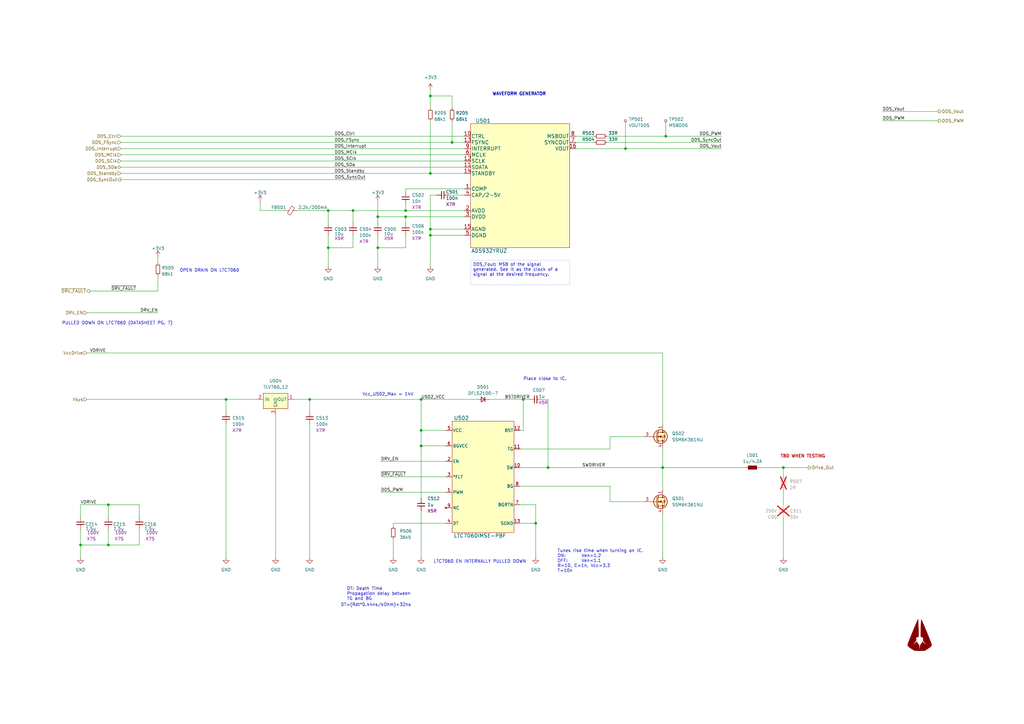
<source format=kicad_sch>
(kicad_sch (version 20230121) (generator eeschema)
  (paper "A3")
  (title_block (title "Velocity Sensor - Version 04") (date "2023-09-07") (rev "A") (company "Swiss Ocean Tech AG") (comment 1 "Designer: SNI, EVE"))
  (lib_symbols
    (symbol "Connector:TestPoint_Small" (pin_numbers hide) (pin_names (offset 0.762) hide)
      (property "Reference" "TP" (at 0 3.81 0))
      (property "Value" "TestPoint_Small" (at 0 2.032 0))
      (symbol "TestPoint_Small_0_1"
        (circle (center 0 0) (radius 0.508))
      )
      (symbol "TestPoint_Small_1_1"
        (pin passive line (at 0 0 90) (length 0) (name "1") (number "1"))
      )
    )
    (symbol "Device:C_Small" (pin_numbers hide) (pin_names (offset 0.254) hide)
      (property "Reference" "C" (at 0.254 1.778 0))
      (property "Value" "C_Small" (at 0.254 -2.032 0))
      (symbol "C_Small_0_1"
        (polyline (pts (xy -1.524 -0.508) (xy 1.524 -0.508)) (stroke (width 0.3302)))
        (polyline (pts (xy -1.524 0.508) (xy 1.524 0.508)) (stroke (width 0.3048)))
      )
      (symbol "C_Small_1_1"
        (pin passive line (at 0 2.54 270) (length 2.032) (name "~") (number "1"))
        (pin passive line (at 0 -2.54 90) (length 2.032) (name "~") (number "2"))
      )
    )
    (symbol "Device:D_Small" (pin_numbers hide) (pin_names (offset 0.254) hide)
      (property "Reference" "D" (at -1.27 2.032 0))
      (property "Value" "D_Small" (at -3.81 -2.032 0))
      (symbol "D_Small_0_1"
        (polyline (pts (xy -0.762 -1.016) (xy -0.762 1.016)) (stroke (width 0.254)))
        (polyline (pts (xy -0.762 0) (xy 0.762 0)))
        (polyline (pts (xy 0.762 -1.016) (xy -0.762 0) (xy 0.762 1.016) (xy 0.762 -1.016)) (stroke (width 0.254)))
      )
      (symbol "D_Small_1_1"
        (pin passive line (at -2.54 0 0) (length 1.778) (name "K") (number "1"))
        (pin passive line (at 2.54 0 180) (length 1.778) (name "A") (number "2"))
      )
    )
    (symbol "Device:R_Small" (pin_numbers hide) (pin_names (offset 0.254) hide)
      (property "Reference" "R" (at 0.762 0.508 0))
      (property "Value" "R_Small" (at 0.762 -1.016 0))
      (symbol "R_Small_0_1"
        (rectangle (start -0.762 1.778) (end 0.762 -1.778) (stroke (width 0.2032)))
      )
      (symbol "R_Small_1_1"
        (pin passive line (at 0 2.54 270) (length 0.762) (name "~") (number "1"))
        (pin passive line (at 0 -2.54 90) (length 0.762) (name "~") (number "2"))
      )
    )
    (symbol "SOC_Inductors:ASPI-4030S-120M-T" (pin_numbers hide) (pin_names (offset 1.016) hide)
      (property "Reference" "L" (at -2.54 2.54 0))
      (property "Value" "ASPI-4030S-120M-T" (at 0 -2.54 0))
      (symbol "ASPI-4030S-120M-T_0_1"
        (rectangle (start -1.778 0.762) (end 1.778 -0.762) (fill (type outline)))
      )
      (symbol "ASPI-4030S-120M-T_1_1"
        (pin passive line (at -2.54 0 0) (length 1.27) (name "1") (number "1"))
        (pin passive line (at 2.54 0 180) (length 1.27) (name "2") (number "2"))
      )
    )
    (symbol "SOC_Logo:LOGO_AGU" (pin_names (offset 1.016))
      (symbol "LOGO_AGU_0_0"
        (polyline (pts (xy 0.0878 -6.5817) (xy 2.0806 -6.5616) (xy 3.3428 -5.7571) (xy 3.7441 -5.4975) (xy 4.1782 -5.1993) (xy 4.4948 -4.9505) (xy 4.7116 -4.7326) (xy 4.8463 -4.5267) (xy 4.9169 -4.3143) (xy 4.9409 -4.0766) (xy 4.9154 -3.9495) (xy 4.8325 -3.6865) (xy 4.6982 -3.3067) (xy 4.5188 -2.8254) (xy 4.3007 -2.2577) (xy 4.05 -1.619) (xy 3.7733 -0.9245) (xy 3.4766 -0.1893) (xy 3.1665 0.5711) (xy 2.8491 1.3417) (xy 2.5308 2.1072) (xy 2.2179 2.8523) (xy 1.9167 3.5617) (xy 1.6335 4.2204) (xy 1.3746 4.8129) (xy 1.1463 5.3242) (xy 0.9549 5.7389) (xy 0.8068 6.0417) (xy 0.7083 6.2176) (xy 0.6655 6.2512) (xy 0.6594 6.2245) (xy 0.6355 6.0296) (xy 0.609 5.6969) (xy 0.5808 5.2509) (xy 0.552 4.7161) (xy 0.5238 4.117) (xy 0.497 3.4782) (xy 0.4728 2.8243) (xy 0.4522 2.1797) (xy 0.4363 1.569) (xy 0.4261 1.0167) (xy 0.4226 0.5474) (xy 0.4233 -0.7256) (xy 0.9737 -0.997) (xy 1.0044 -1.0123) (xy 1.2673 -1.1558) (xy 1.4534 -1.2798) (xy 1.524 -1.3587) (xy 1.52 -1.3999) (xy 1.486 -1.5814) (xy 1.4284 -1.8285) (xy 1.3328 -2.2081) (xy 2.069 -3.3265) (xy 2.8051 -4.445) (xy 1.9857 -3.6149) (xy 1.8886 -3.5169) (xy 1.6022 -3.2321) (xy 1.368 -3.0054) (xy 1.2078 -2.8578) (xy 1.1438 -2.8106) (xy 1.1291 -2.8341) (xy 1.0553 -2.9712) (xy 0.9465 -3.1834) (xy 0.8709 -3.3218) (xy 0.6802 -3.628) (xy 0.4746 -3.9194) (xy 0.4606 -3.9379) (xy 0.328 -4.1239) (xy 0.241 -4.2924) (xy 0.1861 -4.4902) (xy 0.1499 -4.7638) (xy 0.1191 -5.1598) (xy 0.0991 -5.4109) (xy 0.0656 -5.7207) (xy 0.0311 -5.9327) (xy 0.0006 -6.0113) (xy -0.0192 -5.9745) (xy -0.0524 -5.8018) (xy -0.0859 -5.52) (xy -0.1147 -5.1648) (xy -0.1178 -5.1177) (xy -0.1471 -4.7382) (xy -0.1835 -4.476) (xy -0.2406 -4.2844) (xy -0.3319 -4.1161) (xy -0.4709 -3.9244) (xy -0.5847 -3.7681) (xy -0.7898 -3.4569) (xy -0.9465 -3.1834) (xy -1 -3.0781) (xy -1.0944 -2.8962) (xy -1.1401 -2.8143) (xy -1.1482 -2.8175) (xy -1.244 -2.8995) (xy -1.4299 -3.0744) (xy -1.6837 -3.3211) (xy -1.9833 -3.6186) (xy -2.8079 -4.445) (xy -2.0704 -3.3265) (xy -1.3329 -2.2081) (xy -1.4284 -1.8285) (xy -1.4555 -1.7172) (xy -1.5046 -1.4903) (xy -1.524 -1.3587) (xy -1.5232 -1.3532) (xy -1.4385 -1.2683) (xy -1.2425 -1.1411) (xy -0.9737 -0.997) (xy -0.4233 -0.7256) (xy -0.422 0.5474) (xy -0.4224 0.7045) (xy -0.4282 1.1676) (xy -0.4401 1.708) (xy -0.457 2.3034) (xy -0.478 2.9313) (xy -0.5022 3.5693) (xy -0.5285 4.195) (xy -0.556 4.7859) (xy -0.5837 5.3197) (xy -0.6106 5.7739) (xy -0.6359 6.1261) (xy -0.6584 6.3538) (xy -0.6772 6.4347) (xy -0.6851 6.4237) (xy -0.748 6.2919) (xy -0.8679 6.0213) (xy -1.0392 5.6251) (xy -1.2564 5.1162) (xy -1.5139 4.5075) (xy -1.8064 3.8121) (xy -2.1282 3.043) (xy -2.4739 2.213) (xy -2.838 1.3353) (xy -3.0126 0.9132) (xy -3.4507 -0.1505) (xy -3.8259 -1.0691) (xy -4.1412 -1.8502) (xy -4.3995 -2.5015) (xy -4.6039 -3.0306) (xy -4.7572 -3.4451) (xy -4.8625 -3.7527) (xy -4.9228 -3.9611) (xy -4.9409 -4.0779) (xy -4.9399 -4.1077) (xy -4.9062 -4.3573) (xy -4.8153 -4.583) (xy -4.6487 -4.8055) (xy -4.3879 -5.0452) (xy -4.0142 -5.3226) (xy -3.5091 -5.6582) (xy -3.3266 -5.7751) (xy -2.9347 -6.0221) (xy -2.588 -6.2356) (xy -2.3187 -6.3957) (xy -2.159 -6.4828) (xy -2.1376 -6.4921) (xy -2.0042 -6.5296) (xy -1.8028 -6.5568) (xy -1.5131 -6.5748) (xy -1.115 -6.5843) (xy -0.5881 -6.5863) (xy 0.0878 -6.5817)) (stroke (width 0.01)) (fill (type outline)))
      )
    )
    (symbol "SOC_Misc:2k2 200mA" (pin_numbers hide) (pin_names (offset 0))
      (property "Reference" "FB" (at 1.905 1.27 0))
      (property "Value" "742792093" (at 1.905 -1.27 0))
      (symbol "2k2 200mA_0_1"
        (polyline (pts (xy 0 -1.27) (xy 0 -0.7874)))
        (polyline (pts (xy 0 0.889) (xy 0 1.2954)))
        (polyline (pts (xy -1.8288 0.2794) (xy -1.1176 1.4986) (xy 1.8288 -0.2032) (xy 1.1176 -1.4224) (xy -1.8288 0.2794)))
      )
      (symbol "2k2 200mA_1_1"
        (pin passive line (at 0 2.54 270) (length 1.27) (name "~") (number "1"))
        (pin passive line (at 0 -2.54 90) (length 1.27) (name "~") (number "2"))
      )
    )
    (symbol "SOC_Misc:AD5932YRUZ" (pin_names (offset 0.254))
      (property "Reference" "U" (at 27.94 10.16 0))
      (property "Value" "AD5932YRUZ" (at 27.94 7.62 0))
      (symbol "AD5932YRUZ_1_1"
        (rectangle (start 7.62 5.08) (end 48.26 -45.72) (fill (type background)))
        (pin unspecified line (at 5.08 -21.59 0) (length 2.54) (name "COMP") (number "1"))
        (pin input line (at 5.08 0 0) (length 2.54) (name "CTRL") (number "10"))
        (pin input line (at 5.08 -12.7 0) (length 2.54) (name "SDATA") (number "11"))
        (pin input line (at 5.08 -10.16 0) (length 2.54) (name "SCLK") (number "12"))
        (pin input line (at 5.08 -2.54 0) (length 2.54) (name "FSYNC") (number "13"))
        (pin input line (at 5.08 -15.24 0) (length 2.54) (name "STANDBY") (number "14"))
        (pin power_in line (at 5.08 -38.1 0) (length 2.54) (name "AGND") (number "15"))
        (pin output line (at 50.8 -5.08 180) (length 2.54) (name "VOUT") (number "16"))
        (pin power_in line (at 5.08 -30.48 0) (length 2.54) (name "AVDD") (number "2"))
        (pin power_in line (at 5.08 -33.02 0) (length 2.54) (name "DVDD") (number "3"))
        (pin unspecified line (at 5.08 -24.13 0) (length 2.54) (name "CAP/2-5V") (number "4"))
        (pin power_in line (at 5.08 -40.64 0) (length 2.54) (name "DGND") (number "5"))
        (pin input line (at 5.08 -7.62 0) (length 2.54) (name "MCLK") (number "6"))
        (pin output line (at 50.8 -2.54 180) (length 2.54) (name "SYNCOUT") (number "7"))
        (pin output line (at 50.8 0 180) (length 2.54) (name "MSBOUT") (number "8"))
        (pin input line (at 5.08 -5.08 0) (length 2.54) (name "INTERRUPT") (number "9"))
      )
    )
    (symbol "SOC_Power:LTC7060IMSE-PBF" (pin_names (offset 0.254))
      (property "Reference" "U" (at 20.32 10.16 0))
      (property "Value" "LTC7060IMSE-PBF" (at 20.32 -41.91 0))
      (symbol "LTC7060IMSE-PBF_1_1"
        (rectangle (start 7.62 5.08) (end 33.02 -40.64) (fill (type background)))
        (pin input line (at 5.08 -24.13 0) (length 2.54) (name "PWM") (number "1"))
        (pin unspecified line (at 35.56 -13.97 180) (length 2.54) (name "SW") (number "10"))
        (pin output line (at 35.56 -6.35 180) (length 2.54) (name "TG") (number "11"))
        (pin power_in line (at 35.56 1.27 180) (length 2.54) (name "BST") (number "12"))
        (pin power_out line (at 35.56 -36.83 180) (length 2.54) (name "SGND") (number "13"))
        (pin input line (at 5.08 -11.43 0) (length 2.54) (name "EN") (number "2"))
        (pin output line (at 5.08 -17.78 0) (length 2.54) (name "*FLT") (number "3"))
        (pin unspecified line (at 5.08 -36.83 0) (length 2.54) (name "DT") (number "4"))
        (pin power_in line (at 5.08 1.27 0) (length 2.54) (name "VCC") (number "5"))
        (pin power_in line (at 5.08 -5.08 0) (length 2.54) (name "BGVCC") (number "6"))
        (pin unspecified line (at 35.56 -29.21 180) (length 2.54) (name "BGRTN") (number "7"))
        (pin output line (at 35.56 -21.59 180) (length 2.54) (name "BG") (number "8"))
        (pin no_connect line (at 5.08 -30.48 0) (length 2.54) (name "NC") (number "9"))
      )
    )
    (symbol "SOC_Power:TLV760"
      (property "Reference" "U" (at -3.81 3.81 0))
      (property "Value" "TLV760_12" (at 6.35 -5.08 0))
      (symbol "TLV760_1_1"
        (rectangle (start -5.08 2.54) (end 5.08 -3.81) (fill (type background)))
        (pin power_out line (at 7.62 0 180) (length 2.54) (name "OUT") (number "1"))
        (pin power_in line (at -7.62 0 0) (length 2.54) (name "IN") (number "2"))
        (pin power_in line (at 0 -6.35 90) (length 2.54) (name "GND") (number "3"))
      )
    )
    (symbol "SSM6K361NU_1" (pin_names (offset 0) hide)
      (property "Reference" "Q" (at 5.08 1.27 0))
      (property "Value" "SSM6K361NU" (at 5.08 -1.27 0))
      (symbol "SSM6K361NU_1_0_1"
        (polyline (pts (xy 0.254 0) (xy -2.54 0)))
        (polyline (pts (xy 0.254 1.905) (xy 0.254 -1.905)) (stroke (width 0.254)))
        (polyline (pts (xy 0.762 -1.27) (xy 0.762 -2.286)) (stroke (width 0.254)))
        (polyline (pts (xy 0.762 0.508) (xy 0.762 -0.508)) (stroke (width 0.254)))
        (polyline (pts (xy 0.762 2.286) (xy 0.762 1.27)) (stroke (width 0.254)))
        (polyline (pts (xy 2.54 2.54) (xy 2.54 1.778)))
        (polyline (pts (xy 2.54 -2.54) (xy 2.54 0) (xy 0.762 0)))
        (polyline (pts (xy 0.762 -1.778) (xy 3.302 -1.778) (xy 3.302 1.778) (xy 0.762 1.778)))
        (polyline (pts (xy 1.016 0) (xy 2.032 0.381) (xy 2.032 -0.381) (xy 1.016 0)) (fill (type outline)))
        (polyline (pts (xy 2.794 0.508) (xy 2.921 0.381) (xy 3.683 0.381) (xy 3.81 0.254)))
        (polyline (pts (xy 3.302 0.381) (xy 2.921 -0.254) (xy 3.683 -0.254) (xy 3.302 0.381)))
        (circle (center 2.54 -1.778) (radius 0.254) (fill (type outline)))
        (circle (center 2.54 1.778) (radius 0.254) (fill (type outline)))
      )
      (symbol "SSM6K361NU_1_1_1"
        (circle (center 1.651 0) (radius 2.794) (stroke (width 0.254)) (fill (type background)))
        (pin passive line (at 2.54 5.08 270) (length 2.54) (name "D") (number "1"))
        (pin passive line (at 2.54 5.08 270) (length 2.54) hide (name "D") (number "2"))
        (pin input line (at -5.08 0 0) (length 2.54) (name "G") (number "3"))
        (pin passive line (at 2.54 -5.08 90) (length 2.54) (name "S") (number "4"))
        (pin passive line (at 2.54 5.08 270) (length 2.54) hide (name "D") (number "5"))
        (pin passive line (at 2.54 5.08 270) (length 2.54) hide (name "D") (number "6"))
        (pin passive line (at 2.54 5.08 270) (length 2.54) hide (name "D") (number "7"))
        (pin passive line (at 2.54 -5.08 90) (length 2.54) hide (name "S") (number "8"))
      )
    )
    (symbol "power:+3V3" (power) (pin_names (offset 0))
      (property "Value" "+3V3" (at 0 3.556 0))
      (symbol "+3V3_0_1"
        (polyline (pts (xy -0.762 1.27) (xy 0 2.54)))
        (polyline (pts (xy 0 0) (xy 0 2.54)))
        (polyline (pts (xy 0 2.54) (xy 0.762 1.27)))
      )
      (symbol "+3V3_1_1"
        (pin power_in line (at 0 0 90) (length 0) hide (name "+3V3") (number "1"))
      )
    )
    (symbol "power:GND" (power) (pin_names (offset 0))
      (property "Value" "GND" (at 0 -3.81 0))
      (symbol "GND_0_1"
        (polyline (pts (xy 0 0) (xy 0 -1.27) (xy 1.27 -1.27) (xy 0 -2.54) (xy -1.27 -1.27) (xy 0 -1.27)))
      )
      (symbol "GND_1_1"
        (pin power_in line (at 0 0 270) (length 0) hide (name "GND") (number "1"))
      )
    )
  )
  (junction (at 273.05 55.88))
  (junction (at 44.45 223.52))
  (junction (at 176.53 96.52))
  (junction (at 172.72 176.53))
  (junction (at 92.71 163.83))
  (junction (at 134.62 86.36))
  (junction (at 176.53 93.98))
  (junction (at 172.72 182.88))
  (junction (at 127 163.83))
  (junction (at 154.94 88.9))
  (junction (at 219.71 214.63))
  (junction (at 176.53 39.37))
  (junction (at 176.53 71.12))
  (junction (at 44.45 207.01))
  (junction (at 166.37 88.9))
  (junction (at 154.94 101.6))
  (junction (at 144.78 86.36))
  (junction (at 256.54 60.96))
  (junction (at 321.31 191.77))
  (junction (at 33.02 223.52))
  (junction (at 172.72 163.83))
  (junction (at 214.63 163.83))
  (junction (at 185.42 58.42))
  (junction (at 134.62 101.6))
  (junction (at 271.78 191.77))
  (junction (at 166.37 86.36))
  (junction (at 224.79 191.77))
  (wire (pts (xy 256.54 60.96) (xy 295.91 60.96)))
  (wire (pts (xy 156.21 195.58) (xy 182.88 195.58)))
  (wire (pts (xy 176.53 80.01) (xy 176.53 93.98)))
  (wire (pts (xy 172.72 163.83) (xy 195.58 163.83)))
  (wire (pts (xy 224.79 163.83) (xy 224.79 191.77)))
  (wire (pts (xy 33.02 223.52) (xy 33.02 228.6)))
  (wire (pts (xy 106.68 82.55) (xy 106.68 86.36)))
  (wire (pts (xy 154.94 96.52) (xy 154.94 101.6)))
  (wire (pts (xy 256.54 49.53) (xy 256.54 60.96)))
  (wire (pts (xy 172.72 182.88) (xy 172.72 204.47)))
  (wire (pts (xy 271.78 191.77) (xy 306.07 191.77)))
  (wire (pts (xy 213.36 184.15) (xy 250.19 184.15)))
  (wire (pts (xy 49.53 68.58) (xy 190.5 68.58)))
  (wire (pts (xy 166.37 77.47) (xy 190.5 77.47)))
  (wire (pts (xy 214.63 163.83) (xy 217.17 163.83)))
  (wire (pts (xy 49.53 63.5) (xy 190.5 63.5)))
  (wire (pts (xy 176.53 49.53) (xy 176.53 71.12)))
  (wire (pts (xy 271.78 144.78) (xy 271.78 173.99)))
  (wire (pts (xy 361.95 49.53) (xy 384.81 49.53)))
  (wire (pts (xy 161.29 220.98) (xy 161.29 228.6)))
  (wire (pts (xy 121.92 86.36) (xy 134.62 86.36)))
  (wire (pts (xy 172.72 182.88) (xy 182.88 182.88)))
  (wire (pts (xy 219.71 214.63) (xy 219.71 228.6)))
  (wire (pts (xy 213.36 199.39) (xy 250.19 199.39)))
  (wire (pts (xy 176.53 39.37) (xy 176.53 44.45)))
  (wire (pts (xy 154.94 88.9) (xy 166.37 88.9)))
  (wire (pts (xy 213.36 207.01) (xy 219.71 207.01)))
  (wire (pts (xy 166.37 77.47) (xy 166.37 78.74)))
  (wire (pts (xy 321.31 191.77) (xy 321.31 195.58)))
  (wire (pts (xy 250.19 179.07) (xy 250.19 184.15)))
  (wire (pts (xy 361.95 45.72) (xy 384.81 45.72)))
  (wire (pts (xy 271.78 210.82) (xy 271.78 228.6)))
  (wire (pts (xy 200.66 163.83) (xy 214.63 163.83)))
  (wire (pts (xy 250.19 179.07) (xy 264.16 179.07)))
  (wire (pts (xy 134.62 86.36) (xy 144.78 86.36)))
  (wire (pts (xy 44.45 223.52) (xy 57.15 223.52)))
  (wire (pts (xy 176.53 93.98) (xy 176.53 96.52)))
  (wire (pts (xy 185.42 58.42) (xy 190.5 58.42)))
  (wire (pts (xy 33.02 207.01) (xy 33.02 212.09)))
  (wire (pts (xy 49.53 73.66) (xy 149.86 73.66)))
  (wire (pts (xy 166.37 96.52) (xy 166.37 101.6)))
  (wire (pts (xy 213.36 191.77) (xy 224.79 191.77)))
  (wire (pts (xy 106.68 86.36) (xy 116.84 86.36)))
  (wire (pts (xy 127 173.99) (xy 127 228.6)))
  (wire (pts (xy 176.53 93.98) (xy 190.5 93.98)))
  (wire (pts (xy 134.62 96.52) (xy 134.62 101.6)))
  (wire (pts (xy 49.53 60.96) (xy 190.5 60.96)))
  (wire (pts (xy 271.78 191.77) (xy 271.78 200.66)))
  (wire (pts (xy 166.37 88.9) (xy 166.37 91.44)))
  (wire (pts (xy 213.36 176.53) (xy 214.63 176.53)))
  (wire (pts (xy 166.37 83.82) (xy 166.37 86.36)))
  (wire (pts (xy 134.62 101.6) (xy 144.78 101.6)))
  (wire (pts (xy 236.22 58.42) (xy 243.84 58.42)))
  (wire (pts (xy 161.29 214.63) (xy 182.88 214.63)))
  (wire (pts (xy 57.15 223.52) (xy 57.15 217.17)))
  (wire (pts (xy 213.36 214.63) (xy 219.71 214.63)))
  (wire (pts (xy 92.71 173.99) (xy 92.71 228.6)))
  (wire (pts (xy 35.56 163.83) (xy 92.71 163.83)))
  (wire (pts (xy 44.45 207.01) (xy 57.15 207.01)))
  (wire (pts (xy 219.71 207.01) (xy 219.71 214.63)))
  (wire (pts (xy 311.15 191.77) (xy 321.31 191.77)))
  (wire (pts (xy 185.42 49.53) (xy 185.42 58.42)))
  (wire (pts (xy 134.62 86.36) (xy 134.62 91.44)))
  (wire (pts (xy 273.05 49.53) (xy 273.05 55.88)))
  (wire (pts (xy 49.53 66.04) (xy 190.5 66.04)))
  (wire (pts (xy 144.78 86.36) (xy 144.78 91.44)))
  (wire (pts (xy 166.37 88.9) (xy 190.5 88.9)))
  (wire (pts (xy 57.15 207.01) (xy 57.15 212.09)))
  (wire (pts (xy 236.22 60.96) (xy 256.54 60.96)))
  (wire (pts (xy 49.53 71.12) (xy 176.53 71.12)))
  (wire (pts (xy 120.65 163.83) (xy 127 163.83)))
  (wire (pts (xy 64.77 113.03) (xy 64.77 119.38)))
  (wire (pts (xy 166.37 86.36) (xy 190.5 86.36)))
  (wire (pts (xy 113.03 170.18) (xy 113.03 228.6)))
  (wire (pts (xy 176.53 71.12) (xy 190.5 71.12)))
  (wire (pts (xy 224.79 191.77) (xy 271.78 191.77)))
  (wire (pts (xy 250.19 199.39) (xy 250.19 205.74)))
  (wire (pts (xy 250.19 205.74) (xy 264.16 205.74)))
  (wire (pts (xy 176.53 96.52) (xy 176.53 109.22)))
  (wire (pts (xy 154.94 88.9) (xy 154.94 91.44)))
  (wire (pts (xy 271.78 184.15) (xy 271.78 191.77)))
  (wire (pts (xy 248.92 58.42) (xy 295.91 58.42)))
  (wire (pts (xy 134.62 109.22) (xy 134.62 101.6)))
  (wire (pts (xy 214.63 163.83) (xy 214.63 176.53)))
  (wire (pts (xy 156.21 189.23) (xy 182.88 189.23)))
  (wire (pts (xy 172.72 176.53) (xy 182.88 176.53)))
  (wire (pts (xy 127 163.83) (xy 127 168.91)))
  (wire (pts (xy 248.92 55.88) (xy 273.05 55.88)))
  (wire (pts (xy 172.72 163.83) (xy 172.72 176.53)))
  (wire (pts (xy 172.72 163.83) (xy 127 163.83)))
  (wire (pts (xy 176.53 36.83) (xy 176.53 39.37)))
  (wire (pts (xy 44.45 217.17) (xy 44.45 223.52)))
  (wire (pts (xy 156.21 201.93) (xy 182.88 201.93)))
  (wire (pts (xy 35.56 128.27) (xy 64.77 128.27)))
  (wire (pts (xy 49.53 58.42) (xy 185.42 58.42)))
  (wire (pts (xy 273.05 55.88) (xy 295.91 55.88)))
  (wire (pts (xy 176.53 39.37) (xy 185.42 39.37)))
  (wire (pts (xy 176.53 80.01) (xy 179.07 80.01)))
  (wire (pts (xy 64.77 105.41) (xy 64.77 107.95)))
  (wire (pts (xy 176.53 96.52) (xy 190.5 96.52)))
  (wire (pts (xy 154.94 109.22) (xy 154.94 101.6)))
  (wire (pts (xy 33.02 207.01) (xy 44.45 207.01)))
  (wire (pts (xy 105.41 163.83) (xy 92.71 163.83)))
  (wire (pts (xy 33.02 217.17) (xy 33.02 223.52)))
  (wire (pts (xy 222.25 163.83) (xy 224.79 163.83)))
  (wire (pts (xy 144.78 86.36) (xy 166.37 86.36)))
  (wire (pts (xy 184.15 80.01) (xy 190.5 80.01)))
  (wire (pts (xy 154.94 82.55) (xy 154.94 88.9)))
  (wire (pts (xy 321.31 212.09) (xy 321.31 228.6)))
  (wire (pts (xy 154.94 101.6) (xy 166.37 101.6)))
  (wire (pts (xy 49.53 55.88) (xy 190.5 55.88)))
  (wire (pts (xy 321.31 191.77) (xy 331.47 191.77)))
  (wire (pts (xy 236.22 55.88) (xy 243.84 55.88)))
  (wire (pts (xy 172.72 176.53) (xy 172.72 182.88)))
  (wire (pts (xy 92.71 163.83) (xy 92.71 168.91)))
  (wire (pts (xy 172.72 209.55) (xy 172.72 228.6)))
  (wire (pts (xy 36.83 119.38) (xy 64.77 119.38)))
  (wire (pts (xy 35.56 144.78) (xy 271.78 144.78)))
  (wire (pts (xy 144.78 96.52) (xy 144.78 101.6)))
  (wire (pts (xy 161.29 214.63) (xy 161.29 215.9)))
  (wire (pts (xy 321.31 200.66) (xy 321.31 207.01)))
  (wire (pts (xy 33.02 223.52) (xy 44.45 223.52)))
  (wire (pts (xy 185.42 44.45) (xy 185.42 39.37)))
  (wire (pts (xy 44.45 207.01) (xy 44.45 212.09)))
  (text_box "DDS_Fout: MSB of the signal generated. See it as the clock of a signal at the desired frequency." (at 193.04 106.68 0) (size 40.64 10.16) (stroke (width 0) (type dot)) (effects (font (size 1.27 1.27)) (justify left top)))
  (text "Place close to IC." (at 214.63 156.21 0) (effects (font (size 1.27 1.27)) (justify left bottom)))
  (text "Tunes rise time when turning on IC.\nON: 	Ven>1.2\nOFF: 	Ven<1.1\nR=10, C=1n, Vcc=3.3\nT=10n\n" (at 228.6 234.95 0) (effects (font (size 1.27 1.27)) (justify left bottom)))
  (text "OPEN DRAIN ON LTC7060" (at 73.66 111.76 0) (effects (font (size 1.27 1.27)) (justify left bottom)))
  (text "TBD WHEN TESTING" (at 320.04 187.96 0) (effects (font (size 1.27 1.27) (thickness 0.254) bold) (justify left bottom)))
  (text "LTC7060 EN INTERNALLY PULLED DOWN" (at 177.8 231.14 0) (effects (font (size 1.27 1.27)) (justify left bottom)))
  (text "WAVEFORM GENERATOR" (at 201.93 39.37 0) (effects (font (size 1.27 1.27) (thickness 0.254) bold) (justify left bottom)))
  (text "DT=(Rdt*0.44ns/kOhm)+32ns" (at 139.7 248.92 0) (effects (font (size 1.27 1.27)) (justify left bottom)))
  (text "PULLED DOWN ON LTC7060 (DATASHEET PG. 7)" (at 25.4 133.35 0) (effects (font (size 1.27 1.27)) (justify left bottom)))
  (text "DT: Death Time\nPropagation delay between\nTG and BG" (at 142.24 246.38 0) (effects (font (size 1.27 1.27)) (justify left bottom)))
  (text "Vcc_U502_Max = 14V" (at 148.59 162.56 0) (effects (font (size 1.27 1.27)) (justify left bottom)))
  (label "DDS_Interrupt" (at 137.16 60.96 0))
  (label "DRV_EN" (at 156.21 189.23 0))
  (label "SWDRIVER" (at 238.76 191.77 0))
  (label "DDS_Vout" (at 295.91 60.96 180))
  (label "DDS_Ctrl" (at 137.16 55.88 0))
  (label "DDS_SDa" (at 137.16 68.58 0))
  (label "DDS_SyncOut" (at 149.86 73.66 180))
  (label "DDS_MClk" (at 137.16 63.5 0))
  (label "DDS_FSync" (at 137.16 58.42 0))
  (label "DRV_EN" (at 64.77 128.27 180))
  (label "DDS_SClk" (at 137.16 66.04 0))
  (label "U502_VCC" (at 172.72 163.83 0))
  (label "BSTDRIVER" (at 207.01 163.83 0))
  (label "VDRIVE" (at 36.83 144.78 0))
  (label "DDS_PWM" (at 361.95 49.53 0))
  (label "VDRIVE" (at 33.02 207.01 0))
  (label "DDS_Vout" (at 361.95 45.72 0))
  (label "DDS_PWM" (at 156.21 201.93 0))
  (label "DDS_SyncOut" (at 295.91 58.42 180))
  (label "DDS_PWM" (at 295.91 55.88 180))
  (label "~{DRV_FAULT}" (at 55.88 119.38 180))
  (label "~{DRV_FAULT}" (at 156.21 195.58 0))
  (label "DDS_Standby" (at 137.16 71.12 0))
  (hierarchical_label "Drive_Out" (shape output) (at 331.47 191.77 0))
  (hierarchical_label "DDS_SyncOut" (shape output) (at 49.53 73.66 180))
  (hierarchical_label "DDS_FSync" (shape input) (at 49.53 58.42 180))
  (hierarchical_label "DDS_Ctrl" (shape input) (at 49.53 55.88 180))
  (hierarchical_label "DDS_SClk" (shape input) (at 49.53 66.04 180))
  (hierarchical_label "DDS_Standby" (shape input) (at 49.53 71.12 180))
  (hierarchical_label "DDS_SDa" (shape bidirectional) (at 49.53 68.58 180))
  (hierarchical_label "VccDrive" (shape input) (at 35.56 144.78 180))
  (hierarchical_label "DDS_Interrupt" (shape input) (at 49.53 60.96 180))
  (hierarchical_label "DRV_EN" (shape input) (at 35.56 128.27 180))
  (hierarchical_label "DDS_Vout" (shape output) (at 384.81 45.72 0))
  (hierarchical_label "~{DRV_FAULT}" (shape output) (at 36.83 119.38 180))
  (hierarchical_label "DDS_MClk" (shape input) (at 49.53 63.5 180))
  (hierarchical_label "DDS_PWM" (shape output) (at 384.81 49.53 0))
  (hierarchical_label "Vsys" (shape input) (at 35.56 163.83 180))
  (symbol (lib_id "Device:C_Small") (at 166.37 93.98 0) (unit 1)
    (property "Reference" "C506" (at 168.91 92.71 0) (effects (justify left)))
    (property "Value" "100n" (at 168.91 95.25 0) (effects (justify left)))
    (property "Footprint" "Capacitor_SMD:C_0402_1005Metric" (effects hide))
    (property "Datasheet" "https://www.yageo.com/upload/media/product/app/datasheet/mlcc/upy-gphc_x7r_6_3v-to-250v.pdf" (effects hide))
    (property "MPN" "CC0402KRX7R9BB104" (effects hide))
    (property "CLASS" "X7R" (at 168.91 97.79 0) (effects (justify left)))
    (property "Description" "0.1uF 0402 50V" (effects hide))
    (property "Voltage" "50V" (effects hide))
    (property "Digikey_PN" "311-3566-1-ND" (effects hide))
  )
  (symbol (lib_id "power:GND") (at 321.31 228.6 0) (unit 1)
    (property "Reference" "#PWR0516" (effects hide))
    (property "Value" "GND" (at 321.31 233.68 0))
    (instances (project "pp1_vsensor_v4" (path "" (reference "#PWR0516") (unit 1))) (project "poc_vsensor_v3_interface" (path "" (reference "#PWR0314") (unit 1))))
  )
  (symbol (lib_id "Device:R_Small") (at 64.77 110.49 0) (unit 1)
    (property "Reference" "R505" (at 66.294 109.855 0) (effects (justify left)))
    (property "Value" "68k1" (at 66.294 112.395 0) (effects (justify left)))
    (property "Footprint" "Resistor_SMD:R_0402_1005Metric" (effects hide))
    (property "Datasheet" "https://www.yageo.com/upload/media/product/products/datasheet/rchip/PYu-RC_Group_51_RoHS_L_12.pdf" (effects hide))
    (property "MPN" "RC0402FR-0768K1L" (effects hide))
    (property "Digikey_PN" "YAG3213CT-ND" (effects hide))
  )
  (symbol (lib_id "Device:C_Small") (at 144.78 93.98 0) (unit 1)
    (property "Reference" "C504" (at 147.32 93.98 0) (effects (justify left)))
    (property "Value" "100n" (at 147.32 96.52 0) (effects (justify left)))
    (property "Footprint" "Capacitor_SMD:C_0402_1005Metric" (effects hide))
    (property "Datasheet" "https://www.yageo.com/upload/media/product/app/datasheet/mlcc/upy-gphc_x7r_6_3v-to-250v.pdf" (effects hide))
    (property "MPN" "CC0402KRX7R9BB104" (effects hide))
    (property "CLASS" "X7R" (at 147.32 99.06 0) (effects (justify left)))
    (property "Description" "0.1uF 0402 50V" (effects hide))
    (property "Voltage" "50V" (effects hide))
    (property "Digikey_PN" "311-3566-1-ND" (effects hide))
  )
  (symbol (lib_id "SOC_Misc:2k2 200mA") (at 119.38 86.36 90) (unit 1)
    (property "Reference" "FB501" (at 114.3 85.09 90))
    (property "Value" "2.2k/200mA" (at 128.27 85.09 90))
    (property "Footprint" "Inductor_SMD:L_0805_2012Metric" (effects hide))
    (property "MPN" "742792093" (effects hide))
    (property "Digikey_PN" "732-1609-1-ND" (effects hide))
    (instances (project "pp1_vsensor_v4" (path "" (reference "FB501") (unit 1))) (project "poc_vsensor_v3_interface" (path "" (reference "FB201") (unit 1)) (path "" (reference "FB301") (unit 1))) (project "pp1_ModemBaseboard" (path "" (reference "FB202") (unit 1))))
  )
  (symbol (lib_id "Device:C_Small") (at 127 171.45 0) (unit 1)
    (property "Reference" "C513" (at 129.54 171.45 0) (effects (justify left)))
    (property "Value" "100n" (at 129.54 173.99 0) (effects (justify left)))
    (property "Footprint" "Capacitor_SMD:C_0402_1005Metric" (effects hide))
    (property "Datasheet" "https://www.yageo.com/upload/media/product/app/datasheet/mlcc/upy-gphc_x7r_6_3v-to-250v.pdf" (effects hide))
    (property "MPN" "CC0402KRX7R9BB104" (effects hide))
    (property "CLASS" "X7R" (at 129.54 176.53 0) (effects (justify left)))
    (property "Description" "0.1uF 0402 50V" (effects hide))
    (property "Voltage" "50V" (effects hide))
    (property "Digikey_PN" "311-3566-1-ND" (effects hide))
  )
  (symbol (lib_id "Connector:TestPoint_Small") (at 256.54 49.53 0) (unit 1) (in_bom no)
    (property "Reference" "TP501" (at 257.81 48.895 0) (effects (justify left)))
    (property "Value" "VOUTDDS" (at 257.81 51.435 0) (effects (justify left)))
    (property "Footprint" "TestPoint:TestPoint_Pad_D1.0mm" (effects hide))
    (instances (project "pp1_vsensor_v4" (path "" (reference "TP501") (unit 1))) (project "poc_vsensor_v3_interface" (path "" (reference "TP301") (unit 1))))
  )
  (symbol (lib_id "power:GND") (at 271.78 228.6 0) (unit 1)
    (property "Reference" "#PWR0515" (effects hide))
    (property "Value" "GND" (at 271.78 233.68 0))
    (instances (project "pp1_vsensor_v4" (path "" (reference "#PWR0515") (unit 1))) (project "poc_vsensor_v3_interface" (path "" (reference "#PWR0313") (unit 1))))
  )
  (symbol (lib_id "Device:R_Small") (at 185.42 46.99 0) (unit 1)
    (property "Reference" "R205" (at 186.944 46.355 0) (effects (justify left)))
    (property "Value" "68k1" (at 186.944 48.895 0) (effects (justify left)))
    (property "Footprint" "Resistor_SMD:R_0402_1005Metric" (effects hide))
    (property "Datasheet" "https://www.yageo.com/upload/media/product/products/datasheet/rchip/PYu-RC_Group_51_RoHS_L_12.pdf" (effects hide))
    (property "MPN" "RC0402FR-0768K1L" (effects hide))
    (property "Digikey_PN" "YAG3213CT-ND" (effects hide))
    (instances (project "poc_vsensor_v3_main" (path "" (reference "R205") (unit 1))) (project "pp1_vsensor_v4" (path "" (reference "R502") (unit 1))) (project "poc_vsensor_v3_interface" (path "" (reference "R301") (unit 1))))
  )
  (symbol (lib_id "Device:C_Small") (at 33.02 214.63 0) (unit 1)
    (property "Reference" "C214" (at 34.925 215.011 0) (effects (justify left)))
    (property "Value" "1.5u" (at 35.052 216.789 0) (effects (justify left)))
    (property "Footprint" "Capacitor_SMD:C_1206_3216Metric" (effects hide))
    (property "MPN" "C3216X7S2A155K160AB" (effects hide))
    (property "Mouser_PN" "810-C3216X7S2A155K1B" (effects hide))
    (property "Voltage" "100V" (at 40.64 218.44 0) (effects (justify right)))
    (property "Class" "X7S" (at 39.37 220.98 0) (effects (justify right)))
    (property "Description" "1.5uF 1206 100V" (effects hide))
    (property "Digikey_PN" "445-14816-1-ND" (effects hide))
    (instances (project "poc_vsensor_v3_main" (path "" (reference "C214") (unit 1))) (project "pp1_vsensor_v4" (path "" (reference "C508") (unit 1))) (project "poc_vsensor_v3_interface" (path "" (reference "C801") (unit 1)) (path "" (reference "C310") (unit 1))))
  )
  (symbol (lib_id "power:GND") (at 219.71 228.6 0) (unit 1)
    (property "Reference" "#PWR0514" (effects hide))
    (property "Value" "GND" (at 219.71 233.68 0))
    (instances (project "pp1_vsensor_v4" (path "" (reference "#PWR0514") (unit 1))) (project "poc_vsensor_v3_interface" (path "" (reference "#PWR0312") (unit 1))))
  )
  (symbol (lib_id "Device:R_Small") (at 321.31 198.12 180) (unit 1) (dnp yes)
    (property "Reference" "R507" (at 323.85 197.485 0) (effects (justify right)))
    (property "Value" "2R" (at 323.85 200.025 0) (effects (justify right)))
    (property "Footprint" "Resistor_SMD:R_0805_2012Metric" (effects hide))
    (property "Digikey_PN" "RMCF0603FT2R00CT-ND" (effects hide))
    (property "MPN" "RMCF0603FT2R00" (effects hide))
  )
  (symbol (lib_id "Device:C_Small") (at 172.72 207.01 0) (unit 1)
    (property "Reference" "C512" (at 175.26 204.47 0) (effects (justify left)))
    (property "Value" "1u" (at 175.26 207.01 0) (effects (justify left)))
    (property "Footprint" "Capacitor_SMD:C_0402_1005Metric" (effects hide))
    (property "MPN" "UMK105CBJ105MV-F" (effects hide))
    (property "Description" "1uF 0402 50V" (effects hide))
    (property "CLASS" "X5R" (at 175.26 209.55 0) (effects (justify left)))
    (property "Voltage" "50V" (effects hide))
    (property "Digikey_PN" "587-6278-1-ND" (effects hide))
  )
  (symbol (lib_id "Device:C_Small") (at 166.37 81.28 0) (unit 1)
    (property "Reference" "C502" (at 168.91 80.01 0) (effects (justify left)))
    (property "Value" "10n" (at 168.91 82.55 0) (effects (justify left)))
    (property "Footprint" "Capacitor_SMD:C_0402_1005Metric" (effects hide))
    (property "Datasheet" "https://search.murata.co.jp/Ceramy/image/img/A01X/G101/ENG/GCM155R71H103KA55-01.pdf" (effects hide))
    (property "MPN" "GCM155R71H103KA55D" (effects hide))
    (property "Description" "10nF 0402 50V" (effects hide))
    (property "CLASS" "X7R" (at 168.91 85.09 0) (effects (justify left)))
    (property "Voltage" "50V" (effects hide))
    (property "Digikey_PN" "399-C0402C222J5RAC7867CT-ND" (effects hide))
    (instances (project "pp1_vsensor_v4" (path "" (reference "C502") (unit 1))) (project "poc_vsensor_v3_interface" (path "" (reference "C301") (unit 1))))
  )
  (symbol (lib_id "power:GND") (at 154.94 109.22 0) (unit 1)
    (property "Reference" "#PWR0505" (effects hide))
    (property "Value" "GND" (at 154.94 114.3 0))
    (instances (project "pp1_vsensor_v4" (path "" (reference "#PWR0505") (unit 1))) (project "poc_vsensor_v3_interface" (path "" (reference "#PWR0305") (unit 1))))
  )
  (symbol (lib_name "SSM6K361NU_1") (lib_id "SOC_Transistors:SSM6K361NU") (at 269.24 179.07 0) (unit 1)
    (property "Reference" "Q502" (at 275.59 177.8 0) (effects (justify left)))
    (property "Value" "SSM6K361NU" (at 275.59 180.34 0) (effects (justify left)))
    (property "Footprint" "SOC_SMD:UDFN6B_TOS" (effects hide))
    (property "Datasheet" "${KICAD_SOC_FOOTPRINT_DIR}/FET/SSM6K361NU.pdf" (effects hide))
    (property "MPN" "SSM6K361NU,LF" (effects hide))
    (property "Digikey_PN" "SSM6K361NULFCT-ND" (effects hide))
  )
  (symbol (lib_id "Device:C_Small") (at 44.45 214.63 0) (unit 1)
    (property "Reference" "C215" (at 46.355 215.011 0) (effects (justify left)))
    (property "Value" "1.5u" (at 46.482 216.789 0) (effects (justify left)))
    (property "Footprint" "Capacitor_SMD:C_1206_3216Metric" (effects hide))
    (property "MPN" "C3216X7S2A155K160AB" (effects hide))
    (property "Mouser_PN" "810-C3216X7S2A155K1B" (effects hide))
    (property "Voltage" "100V" (at 52.07 218.44 0) (effects (justify right)))
    (property "Class" "X7S" (at 50.8 220.98 0) (effects (justify right)))
    (property "Description" "1.5uF 1206 100V" (effects hide))
    (property "Digikey_PN" "445-14816-1-ND" (effects hide))
    (instances (project "poc_vsensor_v3_main" (path "" (reference "C215") (unit 1))) (project "pp1_vsensor_v4" (path "" (reference "C509") (unit 1))) (project "poc_vsensor_v3_interface" (path "" (reference "C802") (unit 1)) (path "" (reference "C311") (unit 1))))
  )
  (symbol (lib_id "SOC_Power:TLV760") (at 113.03 163.83 0) (unit 1)
    (property "Reference" "U504" (at 113.03 156.21 0))
    (property "Value" "TLV760_12" (at 113.03 158.75 0))
    (property "Footprint" "Package_TO_SOT_SMD:SOT-23" (effects hide))
    (property "MPN" "TLV76012DBZR" (effects hide))
    (property "Digikey_PN" "296-48331-1-ND" (effects hide))
  )
  (symbol (lib_id "power:+3V3") (at 106.68 82.55 0) (unit 1)
    (property "Reference" "#PWR0502" (effects hide))
    (property "Value" "+3V3" (at 106.68 78.994 0))
    (instances (project "pp1_vsensor_v4" (path "" (reference "#PWR0502") (unit 1))) (project "poc_vsensor_v3_interface" (path "" (reference "#PWR0104") (unit 1))))
  )
  (symbol (lib_id "Device:C_Small") (at 57.15 214.63 0) (unit 1)
    (property "Reference" "C216" (at 59.055 215.011 0) (effects (justify left)))
    (property "Value" "1.5u" (at 59.182 216.789 0) (effects (justify left)))
    (property "Footprint" "Capacitor_SMD:C_1206_3216Metric" (effects hide))
    (property "MPN" "C3216X7S2A155K160AB" (effects hide))
    (property "Mouser_PN" "810-C3216X7S2A155K1B" (effects hide))
    (property "Voltage" "100V" (at 64.77 218.44 0) (effects (justify right)))
    (property "Class" "X7S" (at 63.5 220.98 0) (effects (justify right)))
    (property "Description" "1.5uF 1206 100V" (effects hide))
    (property "Digikey_PN" "445-14816-1-ND" (effects hide))
    (instances (project "poc_vsensor_v3_main" (path "" (reference "C216") (unit 1))) (project "pp1_vsensor_v4" (path "" (reference "C510") (unit 1))) (project "poc_vsensor_v3_interface" (path "" (reference "C803") (unit 1)) (path "" (reference "C312") (unit 1))))
  )
  (symbol (lib_id "power:GND") (at 113.03 228.6 0) (unit 1)
    (property "Reference" "#PWR0519" (effects hide))
    (property "Value" "GND" (at 113.03 233.68 0))
  )
  (symbol (lib_id "power:GND") (at 134.62 109.22 0) (unit 1)
    (property "Reference" "#PWR0504" (effects hide))
    (property "Value" "GND" (at 134.62 114.3 0))
    (instances (project "pp1_vsensor_v4" (path "" (reference "#PWR0504") (unit 1))) (project "poc_vsensor_v3_interface" (path "" (reference "#PWR0304") (unit 1))))
  )
  (symbol (lib_id "power:GND") (at 172.72 228.6 0) (unit 1)
    (property "Reference" "#PWR0513" (effects hide))
    (property "Value" "GND" (at 172.72 233.68 0))
    (instances (project "pp1_vsensor_v4" (path "" (reference "#PWR0513") (unit 1))) (project "poc_vsensor_v3_interface" (path "" (reference "#PWR0311") (unit 1))))
  )
  (symbol (lib_id "SOC_Power:LTC7060IMSE-PBF") (at 177.8 177.8 0) (unit 1)
    (property "Reference" "U502" (at 189.23 171.45 0) (effects (font (size 1.524 1.524))))
    (property "Value" "LTC7060IMSE-PBF" (at 196.85 219.71 0) (effects (font (size 1.524 1.524))))
    (property "Footprint" "SOC_SMD:LTC7060" (effects hide))
    (property "Datasheet" "${KICAD_SOC_DATASHEET_DIR}/driver/LTC7060.pdf" (effects hide))
    (property "MPN" "LTC7060IMSE#WTRPBF" (effects hide))
    (property "Mouser_PN" "584-7060IMSE#WTRPBF" (effects hide))
    (property "Digikey_PN" "505-LTC7060EMSE#WPBF-ND" (effects hide))
    (instances (project "pp1_vsensor_v4" (path "" (reference "U502") (unit 1))) (project "poc_vsensor_v3_interface" (path "" (reference "U302") (unit 1))))
  )
  (symbol (lib_id "power:GND") (at 92.71 228.6 0) (unit 1)
    (property "Reference" "#PWR0517" (effects hide))
    (property "Value" "GND" (at 92.71 233.68 0))
  )
  (symbol (lib_id "power:+3V3") (at 64.77 105.41 0) (unit 1)
    (property "Reference" "#PWR0507" (effects hide))
    (property "Value" "+3V3" (at 64.77 101.854 0))
  )
  (symbol (lib_id "Device:C_Small") (at 219.71 163.83 90) (unit 1)
    (property "Reference" "C507" (at 223.52 160.02 90) (effects (justify left)))
    (property "Value" "1u" (at 223.52 162.56 90) (effects (justify left)))
    (property "Footprint" "Capacitor_SMD:C_0402_1005Metric" (effects hide))
    (property "MPN" "UMK105CBJ105MV-F" (effects hide))
    (property "Description" "1uF 0402 50V" (effects hide))
    (property "CLASS" "X5R" (at 224.79 165.1 90) (effects (justify left)))
    (property "Voltage" "50V" (effects hide))
    (property "Digikey_PN" "587-6278-1-ND" (effects hide))
  )
  (symbol (lib_id "Connector:TestPoint_Small") (at 273.05 49.53 0) (unit 1) (in_bom no)
    (property "Reference" "TP502" (at 274.32 48.895 0) (effects (justify left)))
    (property "Value" "MSBDDS" (at 274.32 51.435 0) (effects (justify left)))
    (property "Footprint" "TestPoint:TestPoint_Pad_D1.0mm" (effects hide))
    (instances (project "pp1_vsensor_v4" (path "" (reference "TP502") (unit 1))) (project "poc_vsensor_v3_interface" (path "" (reference "TP302") (unit 1))))
  )
  (symbol (lib_id "Device:R_Small") (at 161.29 218.44 180) (unit 1)
    (property "Reference" "R506" (at 163.83 217.805 0) (effects (justify right)))
    (property "Value" "36k5" (at 163.83 220.345 0) (effects (justify right)))
    (property "Footprint" "Resistor_SMD:R_0402_1005Metric" (effects hide))
    (property "Datasheet" "https://industrial.panasonic.com/cdbs/www-data/pdf/RDA0000/AOA0000C304.pdf" (effects hide))
    (property "MPN" "ERJ-2RKF3652X" (effects hide))
    (property "Digikey_PN" "P36.5KLCT-ND" (effects hide))
    (instances (project "pp1_vsensor_v4" (path "" (reference "R506") (unit 1))) (project "poc_vsensor_v3_interface" (path "" (reference "R306") (unit 1))))
  )
  (symbol (lib_id "Device:C_Small") (at 181.61 80.01 270) (unit 1)
    (property "Reference" "C501" (at 182.88 78.74 90) (effects (justify left)))
    (property "Value" "100n" (at 182.88 81.28 90) (effects (justify left)))
    (property "Footprint" "Capacitor_SMD:C_0402_1005Metric" (effects hide))
    (property "Datasheet" "https://www.yageo.com/upload/media/product/app/datasheet/mlcc/upy-gphc_x7r_6_3v-to-250v.pdf" (effects hide))
    (property "MPN" "CC0402KRX7R9BB104" (effects hide))
    (property "CLASS" "X7R" (at 182.88 83.82 90) (effects (justify left)))
    (property "Description" "0.1uF 0402 50V" (effects hide))
    (property "Voltage" "50V" (effects hide))
    (property "Digikey_PN" "311-3566-1-ND" (effects hide))
  )
  (symbol (lib_id "power:GND") (at 33.02 228.6 0) (unit 1)
    (property "Reference" "#PWR0511" (effects hide))
    (property "Value" "GND" (at 33.02 233.68 0))
    (instances (project "pp1_vsensor_v4" (path "" (reference "#PWR0511") (unit 1))) (project "poc_vsensor_v3_interface" (path "" (reference "#PWR0302") (unit 1))))
  )
  (symbol (lib_id "Device:R_Small") (at 176.53 46.99 0) (unit 1)
    (property "Reference" "R205" (at 178.054 46.355 0) (effects (justify left)))
    (property "Value" "68k1" (at 178.054 48.895 0) (effects (justify left)))
    (property "Footprint" "Resistor_SMD:R_0402_1005Metric" (effects hide))
    (property "Datasheet" "https://www.yageo.com/upload/media/product/products/datasheet/rchip/PYu-RC_Group_51_RoHS_L_12.pdf" (effects hide))
    (property "MPN" "RC0402FR-0768K1L" (effects hide))
    (property "Digikey_PN" "YAG3213CT-ND" (effects hide))
    (instances (project "poc_vsensor_v3_main" (path "" (reference "R205") (unit 1))) (project "pp1_vsensor_v4" (path "" (reference "R501") (unit 1))) (project "poc_vsensor_v3_interface" (path "" (reference "R301") (unit 1))))
  )
  (symbol (lib_id "power:GND") (at 176.53 109.22 0) (unit 1)
    (property "Reference" "#PWR0506" (effects hide))
    (property "Value" "GND" (at 176.53 114.3 0))
    (instances (project "pp1_vsensor_v4" (path "" (reference "#PWR0506") (unit 1))) (project "poc_vsensor_v3_interface" (path "" (reference "#PWR0306") (unit 1))))
  )
  (symbol (lib_id "power:GND") (at 127 228.6 0) (unit 1)
    (property "Reference" "#PWR0508" (effects hide))
    (property "Value" "GND" (at 127 233.68 0))
  )
  (symbol (lib_id "power:+3V3") (at 176.53 36.83 0) (unit 1)
    (property "Reference" "#PWR0501" (effects hide))
    (property "Value" "+3V3" (at 176.53 31.75 0))
    (instances (project "pp1_vsensor_v4" (path "" (reference "#PWR0501") (unit 1))) (project "pp1_ModemBaseboard" (path "" (reference "#PWR0608") (unit 1)) (path "" (reference "#PWR0202") (unit 1))))
  )
  (symbol (lib_id "SOC_Logo:LOGO_AGU") (at 377.19 260.35 0) (unit 1) (in_bom no)
    (property "Reference" "Logo501" (effects hide))
    (property "Value" "LOGO_AGU" (effects hide))
    (property "Footprint" "SOC_Logo:AGU_15mm" (effects hide))
  )
  (symbol (lib_id "Device:C_Small") (at 154.94 93.98 0) (unit 1)
    (property "Reference" "C505" (at 157.48 93.98 0) (effects (justify left)))
    (property "Value" "10u" (at 157.48 95.8913 0) (effects (justify left)))
    (property "Footprint" "Capacitor_SMD:C_0603_1608Metric" (effects hide))
    (property "MPN" "GRM188R61E106MA73D" (effects hide))
    (property "Mouser_PN" "81-GRM188R61E106MA3D" (effects hide))
    (property "Description" "10u 0603 25V" (effects hide))
    (property "CLASS" "X5R" (at 157.48 97.79 0) (effects (justify left)))
    (property "Voltage" "25V" (effects hide))
    (property "Digikey_PN" "490-7202-1-ND" (effects hide))
    (instances (project "pp1_vsensor_v4" (path "" (reference "C505") (unit 1))) (project "poc_vsensor_v3_interface" (path "" (reference "C303") (unit 1))))
  )
  (symbol (lib_id "power:+3V3") (at 154.94 82.55 0) (unit 1)
    (property "Reference" "#PWR0503" (effects hide))
    (property "Value" "+3V3" (at 154.94 78.994 0))
    (instances (project "pp1_vsensor_v4" (path "" (reference "#PWR0503") (unit 1))) (project "poc_vsensor_v3_interface" (path "" (reference "#PWR0101") (unit 1))))
  )
  (symbol (lib_id "Device:R_Small") (at 246.38 55.88 90) (unit 1)
    (property "Reference" "R503" (at 241.3 54.61 90))
    (property "Value" "33R" (at 251.46 54.61 90))
    (property "Footprint" "Resistor_SMD:R_0402_1005Metric" (effects hide))
    (property "Datasheet" "https://www.yageo.com/upload/media/product/products/datasheet/rchip/PYu-RC_Group_51_RoHS_L_12.pdf" (effects hide))
    (property "MPN" "RC0402JR-0733RL" (effects hide))
    (property "Digikey_PN" "311-33JRCT-ND" (effects hide))
    (instances (project "pp1_vsensor_v4" (path "" (reference "R503") (unit 1))) (project "poc_vsensor_v3_interface" (path "" (reference "R303") (unit 1))))
  )
  (symbol (lib_name "SSM6K361NU_1") (lib_id "SOC_Transistors:SSM6K361NU") (at 269.24 205.74 0) (unit 1)
    (property "Reference" "Q501" (at 275.59 204.47 0) (effects (justify left)))
    (property "Value" "SSM6K361NU" (at 275.59 207.01 0) (effects (justify left)))
    (property "Footprint" "SOC_SMD:UDFN6B_TOS" (effects hide))
    (property "Datasheet" "${KICAD_SOC_FOOTPRINT_DIR}/FET/SSM6K361NU.pdf" (effects hide))
    (property "MPN" "SSM6K361NU,LF" (effects hide))
    (property "Digikey_PN" "SSM6K361NULFCT-ND" (effects hide))
  )
  (symbol (lib_id "Device:D_Small") (at 198.12 163.83 180) (unit 1)
    (property "Reference" "D501" (at 198.12 158.75 0))
    (property "Value" "DFLS2100-7" (at 198.12 161.29 0))
    (property "Footprint" "Diode_SMD:D_PowerDI-123" (effects hide))
    (property "Datasheet" "https://www.diodes.com/assets/Datasheets/DFLS2100.pdf" (effects hide))
    (property "MPN" "DFLS2100-7" (effects hide))
    (property "Mouser_PN" "621-DFLS2100-7" (effects hide))
    (property "Digikey_PN" "DFLS2100-7DICT-ND" (effects hide))
    (instances (project "pp1_vsensor_v4" (path "" (reference "D501") (unit 1))) (project "poc_vsensor_v3_interface" (path "" (reference "D301") (unit 1))))
  )
  (symbol (lib_id "power:GND") (at 161.29 228.6 0) (unit 1)
    (property "Reference" "#PWR0512" (effects hide))
    (property "Value" "GND" (at 161.29 233.68 0))
    (instances (project "pp1_vsensor_v4" (path "" (reference "#PWR0512") (unit 1))) (project "poc_vsensor_v3_interface" (path "" (reference "#PWR0310") (unit 1))))
  )
  (symbol (lib_id "Device:C_Small") (at 321.31 209.55 0) (unit 1) (dnp yes)
    (property "Reference" "C511" (at 323.85 209.55 0) (effects (justify left)))
    (property "Value" "33n" (at 323.85 212.09 0) (effects (justify left)))
    (property "Footprint" "Capacitor_SMD:C_0805_2012Metric" (effects hide))
    (property "MPN" "885342206005" (effects hide))
    (property "Voltage" "250V" (at 318.77 209.55 0) (effects (justify right)))
    (property "Class" "C0G" (at 318.77 212.09 0) (effects (justify right)))
    (property "Description" "3300 pF ±10% 250V Ceramic Capacitor X7R 0603 (1608 Metric)" (effects hide))
    (property "Digikey_PN" "732-12160-1-ND" (effects hide))
    (instances (project "pp1_vsensor_v4" (path "" (reference "C511") (unit 1))) (project "poc_vsensor_v3_interface" (path "" (reference "C308") (unit 1))))
  )
  (symbol (lib_id "Device:C_Small") (at 134.62 93.98 0) (unit 1)
    (property "Reference" "C503" (at 137.16 93.98 0) (effects (justify left)))
    (property "Value" "10u" (at 137.16 95.8913 0) (effects (justify left)))
    (property "Footprint" "Capacitor_SMD:C_0603_1608Metric" (effects hide))
    (property "MPN" "GRM188R61E106MA73D" (effects hide))
    (property "Mouser_PN" "81-GRM188R61E106MA3D" (effects hide))
    (property "Description" "10u 0603 25V" (effects hide))
    (property "CLASS" "X5R" (at 137.16 97.79 0) (effects (justify left)))
    (property "Voltage" "25V" (effects hide))
    (property "Digikey_PN" "490-7202-1-ND" (effects hide))
    (instances (project "pp1_vsensor_v4" (path "" (reference "C503") (unit 1))) (project "poc_vsensor_v3_interface" (path "" (reference "C303") (unit 1))))
  )
  (symbol (lib_id "SOC_Inductors:ASPI-4030S-120M-T") (at 308.61 191.77 0) (unit 1)
    (property "Reference" "L501" (at 308.61 186.69 0))
    (property "Value" "1u/4.2A" (at 308.61 189.23 0))
    (property "Footprint" "SOC_SMD:RES_CIGT201610" (effects hide))
    (property "Datasheet" "https://mm.digikey.com/Volume0/opasdata/d220001/medias/docus/2232/CIGT201610EH1R0MNE_Spec.pdf" (effects hide))
    (property "MPN" "CIGT201610EH1R0MNE" (effects hide))
    (property "Digikey_PN" "1276-6900-1-ND" (effects hide))
    (instances (project "pp1_vsensor_v4" (path "" (reference "L501") (unit 1))) (project "poc_vsensor_v3_interface" (path "" (reference "L301") (unit 1))))
  )
  (symbol (lib_id "Device:R_Small") (at 246.38 58.42 90) (unit 1)
    (property "Reference" "R504" (at 241.3 57.15 90))
    (property "Value" "33R" (at 251.46 57.15 90))
    (property "Footprint" "Resistor_SMD:R_0402_1005Metric" (effects hide))
    (property "Datasheet" "https://www.yageo.com/upload/media/product/products/datasheet/rchip/PYu-RC_Group_51_RoHS_L_12.pdf" (effects hide))
    (property "MPN" "RC0402JR-0733RL" (effects hide))
    (property "Digikey_PN" "311-33JRCT-ND" (effects hide))
    (instances (project "pp1_vsensor_v4" (path "" (reference "R504") (unit 1))) (project "poc_vsensor_v3_interface" (path "" (reference "R303") (unit 1))))
  )
  (symbol (lib_id "SOC_Misc:AD5932YRUZ") (at 185.42 55.88 0) (unit 1)
    (property "Reference" "U501" (at 198.12 49.53 0) (effects (font (size 1.524 1.524))))
    (property "Value" "AD5932YRUZ" (at 200.66 102.87 0) (effects (font (size 1.524 1.524))))
    (property "Footprint" "SOC_SMD:AD5932YRUZ" (effects hide))
    (property "Datasheet" "https://www.analog.com/media/en/technical-documentation/data-sheets/AD5932.pdf" (effects hide))
    (property "MPN" "AD5932YRUZ" (effects hide))
    (property "Mouser_PN" "584-AD5932YRUZ" (effects hide))
    (property "Digikey_PN" "505-AD5932YRUZ-ND" (effects hide))
    (instances (project "pp1_vsensor_v4" (path "" (reference "U501") (unit 1))) (project "poc_vsensor_v3_interface" (path "" (reference "U301") (unit 1))))
  )
  (symbol (lib_id "Device:C_Small") (at 92.71 171.45 0) (unit 1)
    (property "Reference" "C515" (at 95.25 171.45 0) (effects (justify left)))
    (property "Value" "100n" (at 95.25 173.99 0) (effects (justify left)))
    (property "Footprint" "Capacitor_SMD:C_0402_1005Metric" (effects hide))
    (property "Datasheet" "https://www.yageo.com/upload/media/product/app/datasheet/mlcc/upy-gphc_x7r_6_3v-to-250v.pdf" (effects hide))
    (property "MPN" "CC0402KRX7R9BB104" (effects hide))
    (property "CLASS" "X7R" (at 95.25 176.53 0) (effects (justify left)))
    (property "Description" "0.1uF 0402 50V" (effects hide))
    (property "Voltage" "50V" (effects hide))
    (property "Digikey_PN" "311-3566-1-ND" (effects hide))
  )
)
</source>
